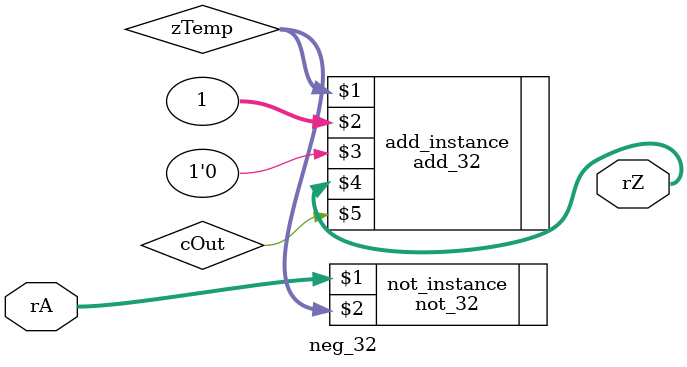
<source format=v>

`timescale 1ns/10ps

module neg_32(
	input wire [31:0] rA,
	output wire [31:0] rZ
	);
	
	wire [31:0] zTemp;
	wire cOut;
	
	not_32 not_instance (rA, zTemp);
	add_32 add_instance (zTemp, 32'd1, 1'd0, rZ, cOut);
endmodule
</source>
